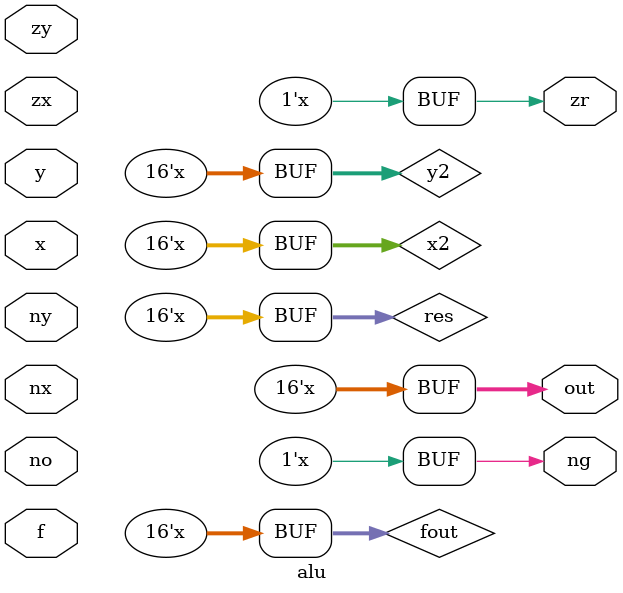
<source format=v>
module alu (
    x,
    y,
    zx,
    nx,
    zy,
    ny,
    f,
    no,
    zr,
    ng,
    out
  );
  
    input      [15:0]   x;
    input      [15:0]   y;
    input              zx;
    input              nx;
    input              zy;
    input              ny;
    input               f;
    input              no;
    output reg         zr;
    output reg         ng;
    output reg [15:0] out;
  
  reg [15:0] x1;
  reg [15:0] x2;
  reg [15:0] y1;
  reg [15:0] y2;
  reg [15:0] fout;
  reg [15:0] res;

  always @* begin
    x1 <= (zx ? 8'h00 : x);
    y1 <= (zy ? 8'h00 : y);
    x2 <= (nx ? ~x1 : x1);
    y2 <= (ny ? ~y1 : y1);
    fout <= (f ? x2 + y2 : x2 & y2);
    res <= (no ? ~fout : fout);
    ng <= res[7];
    zr <= ~(|res);
    out <= res;
  end
endmodule
</source>
